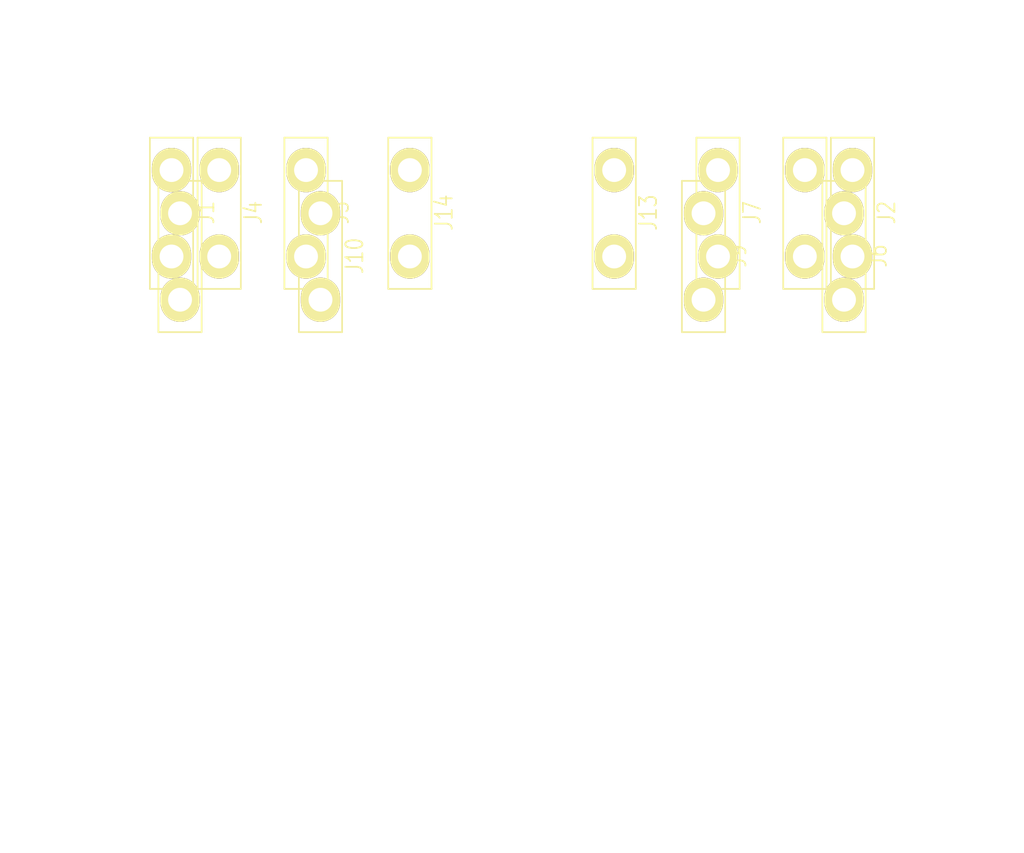
<source format=kicad_pcb>
(kicad_pcb (version 20171130) (host pcbnew 5.1.9-73d0e3b20d~88~ubuntu20.04.1)

  (general
    (thickness 1.6)
    (drawings 2)
    (tracks 0)
    (zones 0)
    (modules 12)
    (nets 13)
  )

  (page A4)
  (layers
    (0 F.Cu signal)
    (31 B.Cu signal)
    (32 B.Adhes user)
    (33 F.Adhes user)
    (34 B.Paste user)
    (35 F.Paste user)
    (36 B.SilkS user)
    (37 F.SilkS user)
    (38 B.Mask user)
    (39 F.Mask user)
    (40 Dwgs.User user)
    (41 Cmts.User user)
    (42 Eco1.User user)
    (43 Eco2.User user)
    (44 Edge.Cuts user)
    (45 Margin user)
    (46 B.CrtYd user)
    (47 F.CrtYd user)
    (48 B.Fab user)
    (49 F.Fab user)
  )

  (setup
    (last_trace_width 0.25)
    (trace_clearance 0.15)
    (zone_clearance 0.508)
    (zone_45_only no)
    (trace_min 0.15)
    (via_size 0.8)
    (via_drill 0.4)
    (via_min_size 0.4)
    (via_min_drill 0.3)
    (uvia_size 0.3)
    (uvia_drill 0.1)
    (uvias_allowed no)
    (uvia_min_size 0.2)
    (uvia_min_drill 0.1)
    (edge_width 0.05)
    (segment_width 0.2)
    (pcb_text_width 0.3)
    (pcb_text_size 1.5 1.5)
    (mod_edge_width 0.12)
    (mod_text_size 1 1)
    (mod_text_width 0.15)
    (pad_size 1.524 1.524)
    (pad_drill 0.762)
    (pad_to_mask_clearance 0)
    (aux_axis_origin 0 0)
    (visible_elements FFFFFF7F)
    (pcbplotparams
      (layerselection 0x010fc_ffffffff)
      (usegerberextensions false)
      (usegerberattributes true)
      (usegerberadvancedattributes true)
      (creategerberjobfile true)
      (excludeedgelayer true)
      (linewidth 0.300000)
      (plotframeref false)
      (viasonmask false)
      (mode 1)
      (useauxorigin false)
      (hpglpennumber 1)
      (hpglpenspeed 20)
      (hpglpendiameter 15.000000)
      (psnegative false)
      (psa4output false)
      (plotreference true)
      (plotvalue true)
      (plotinvisibletext false)
      (padsonsilk false)
      (subtractmaskfromsilk false)
      (outputformat 1)
      (mirror false)
      (drillshape 1)
      (scaleselection 1)
      (outputdirectory ""))
  )

  (net 0 "")
  (net 1 "Net-(J1-Pad1)")
  (net 2 "Net-(J2-Pad1)")
  (net 3 "Net-(J3-Pad1)")
  (net 4 "Net-(J4-Pad1)")
  (net 5 "Net-(J5-Pad1)")
  (net 6 "Net-(J6-Pad1)")
  (net 7 "Net-(J7-Pad1)")
  (net 8 "Net-(J8-Pad1)")
  (net 9 "Net-(J9-Pad1)")
  (net 10 "Net-(J10-Pad1)")
  (net 11 "Net-(J13-Pad1)")
  (net 12 "Net-(J14-Pad1)")

  (net_class Default "This is the default net class."
    (clearance 0.15)
    (trace_width 0.25)
    (via_dia 0.8)
    (via_drill 0.4)
    (uvia_dia 0.3)
    (uvia_drill 0.1)
    (add_net "Net-(J1-Pad1)")
    (add_net "Net-(J10-Pad1)")
    (add_net "Net-(J13-Pad1)")
    (add_net "Net-(J14-Pad1)")
    (add_net "Net-(J2-Pad1)")
    (add_net "Net-(J3-Pad1)")
    (add_net "Net-(J4-Pad1)")
    (add_net "Net-(J5-Pad1)")
    (add_net "Net-(J6-Pad1)")
    (add_net "Net-(J7-Pad1)")
    (add_net "Net-(J8-Pad1)")
    (add_net "Net-(J9-Pad1)")
  )

  (module htl_connectors:Faston_Tab_6.3mm_vertical (layer F.Cu) (tedit 60B149F0) (tstamp 61423B34)
    (at 94 115 90)
    (descr "1 pin")
    (tags "CONN DEV")
    (path /614264A2)
    (fp_text reference J14 (at 2.58 2 90) (layer F.SilkS)
      (effects (font (size 1 0.8) (thickness 0.1)))
    )
    (fp_text value Conn_01x01 (at 2.54 0 90) (layer Dwgs.User)
      (effects (font (size 1 0.8) (thickness 0.1)))
    )
    (fp_line (start 6.985 1.27) (end 6.985 -1.27) (layer F.CrtYd) (width 0.1))
    (fp_line (start -1.905 1.27) (end 6.985 1.27) (layer F.CrtYd) (width 0.1))
    (fp_line (start -1.905 -1.27) (end -1.905 1.27) (layer F.CrtYd) (width 0.1))
    (fp_line (start 6.985 -1.27) (end -1.905 -1.27) (layer F.CrtYd) (width 0.1))
    (fp_line (start -1.905 -0.635) (end 6.985 -0.635) (layer F.Fab) (width 0.1))
    (fp_line (start -1.905 0.635) (end -1.905 -0.635) (layer F.Fab) (width 0.1))
    (fp_line (start 6.985 0.635) (end -1.905 0.635) (layer F.Fab) (width 0.1))
    (fp_line (start 6.985 -0.635) (end 6.985 0.635) (layer F.Fab) (width 0.1))
    (fp_line (start 6.985 -1.27) (end 6.985 1.27) (layer F.SilkS) (width 0.1))
    (fp_line (start -1.905 1.27) (end 6.985 1.27) (layer F.SilkS) (width 0.1))
    (fp_line (start -1.905 -1.27) (end 6.985 -1.27) (layer F.SilkS) (width 0.1))
    (fp_line (start -1.905 -1.27) (end -1.905 1.27) (layer F.SilkS) (width 0.1))
    (pad 1 thru_hole oval (at 0 0 90) (size 2.6 2.3) (drill 1.4) (layers *.Cu *.Mask F.SilkS)
      (net 12 "Net-(J14-Pad1)"))
    (pad 1 thru_hole oval (at 5.08 0 90) (size 2.6 2.3) (drill 1.4) (layers *.Cu *.Mask F.SilkS)
      (net 12 "Net-(J14-Pad1)"))
    (model ${HTL_LIB}/packages3d/FASTON_TAB.wrl
      (offset (xyz 2.539999961853027 0.4063999938964844 6.349999904632568))
      (scale (xyz 0.3937 0.3937 0.3937))
      (rotate (xyz 270 0 0))
    )
  )

  (module htl_connectors:Faston_Tab_6.3mm_vertical (layer F.Cu) (tedit 60B149F0) (tstamp 61423B01)
    (at 106 115 90)
    (descr "1 pin")
    (tags "CONN DEV")
    (path /6142649C)
    (fp_text reference J13 (at 2.58 2 90) (layer F.SilkS)
      (effects (font (size 1 0.8) (thickness 0.1)))
    )
    (fp_text value Conn_01x01 (at 2.54 0 90) (layer Dwgs.User)
      (effects (font (size 1 0.8) (thickness 0.1)))
    )
    (fp_line (start 6.985 1.27) (end 6.985 -1.27) (layer F.CrtYd) (width 0.1))
    (fp_line (start -1.905 1.27) (end 6.985 1.27) (layer F.CrtYd) (width 0.1))
    (fp_line (start -1.905 -1.27) (end -1.905 1.27) (layer F.CrtYd) (width 0.1))
    (fp_line (start 6.985 -1.27) (end -1.905 -1.27) (layer F.CrtYd) (width 0.1))
    (fp_line (start -1.905 -0.635) (end 6.985 -0.635) (layer F.Fab) (width 0.1))
    (fp_line (start -1.905 0.635) (end -1.905 -0.635) (layer F.Fab) (width 0.1))
    (fp_line (start 6.985 0.635) (end -1.905 0.635) (layer F.Fab) (width 0.1))
    (fp_line (start 6.985 -0.635) (end 6.985 0.635) (layer F.Fab) (width 0.1))
    (fp_line (start 6.985 -1.27) (end 6.985 1.27) (layer F.SilkS) (width 0.1))
    (fp_line (start -1.905 1.27) (end 6.985 1.27) (layer F.SilkS) (width 0.1))
    (fp_line (start -1.905 -1.27) (end 6.985 -1.27) (layer F.SilkS) (width 0.1))
    (fp_line (start -1.905 -1.27) (end -1.905 1.27) (layer F.SilkS) (width 0.1))
    (pad 1 thru_hole oval (at 0 0 90) (size 2.6 2.3) (drill 1.4) (layers *.Cu *.Mask F.SilkS)
      (net 11 "Net-(J13-Pad1)"))
    (pad 1 thru_hole oval (at 5.08 0 90) (size 2.6 2.3) (drill 1.4) (layers *.Cu *.Mask F.SilkS)
      (net 11 "Net-(J13-Pad1)"))
    (model ${HTL_LIB}/packages3d/FASTON_TAB.wrl
      (offset (xyz 2.539999961853027 0.4063999938964844 6.349999904632568))
      (scale (xyz 0.3937 0.3937 0.3937))
      (rotate (xyz 270 0 0))
    )
  )

  (module htl_connectors:Faston_Tab_6.3mm_vertical (layer F.Cu) (tedit 60B149F0) (tstamp 614233BD)
    (at 88.75 117.54 90)
    (descr "1 pin")
    (tags "CONN DEV")
    (path /61425A20)
    (fp_text reference J10 (at 2.58 2 90) (layer F.SilkS)
      (effects (font (size 1 0.8) (thickness 0.1)))
    )
    (fp_text value Conn_01x01 (at 2.54 0 90) (layer Dwgs.User)
      (effects (font (size 1 0.8) (thickness 0.1)))
    )
    (fp_line (start 6.985 1.27) (end 6.985 -1.27) (layer F.CrtYd) (width 0.1))
    (fp_line (start -1.905 1.27) (end 6.985 1.27) (layer F.CrtYd) (width 0.1))
    (fp_line (start -1.905 -1.27) (end -1.905 1.27) (layer F.CrtYd) (width 0.1))
    (fp_line (start 6.985 -1.27) (end -1.905 -1.27) (layer F.CrtYd) (width 0.1))
    (fp_line (start -1.905 -0.635) (end 6.985 -0.635) (layer F.Fab) (width 0.1))
    (fp_line (start -1.905 0.635) (end -1.905 -0.635) (layer F.Fab) (width 0.1))
    (fp_line (start 6.985 0.635) (end -1.905 0.635) (layer F.Fab) (width 0.1))
    (fp_line (start 6.985 -0.635) (end 6.985 0.635) (layer F.Fab) (width 0.1))
    (fp_line (start 6.985 -1.27) (end 6.985 1.27) (layer F.SilkS) (width 0.1))
    (fp_line (start -1.905 1.27) (end 6.985 1.27) (layer F.SilkS) (width 0.1))
    (fp_line (start -1.905 -1.27) (end 6.985 -1.27) (layer F.SilkS) (width 0.1))
    (fp_line (start -1.905 -1.27) (end -1.905 1.27) (layer F.SilkS) (width 0.1))
    (pad 1 thru_hole oval (at 0 0 90) (size 2.6 2.3) (drill 1.4) (layers *.Cu *.Mask F.SilkS)
      (net 10 "Net-(J10-Pad1)"))
    (pad 1 thru_hole oval (at 5.08 0 90) (size 2.6 2.3) (drill 1.4) (layers *.Cu *.Mask F.SilkS)
      (net 10 "Net-(J10-Pad1)"))
    (model ${HTL_LIB}/packages3d/FASTON_TAB.wrl
      (offset (xyz 2.539999961853027 0.4063999938964844 6.349999904632568))
      (scale (xyz 0.3937 0.3937 0.3937))
      (rotate (xyz 270 0 0))
    )
  )

  (module htl_connectors:Faston_Tab_6.3mm_vertical (layer F.Cu) (tedit 60B149F0) (tstamp 614233AB)
    (at 111.25 117.54 90)
    (descr "1 pin")
    (tags "CONN DEV")
    (path /61425A1A)
    (fp_text reference J9 (at 2.58 2 90) (layer F.SilkS)
      (effects (font (size 1 0.8) (thickness 0.1)))
    )
    (fp_text value Conn_01x01 (at 2.54 0 90) (layer Dwgs.User)
      (effects (font (size 1 0.8) (thickness 0.1)))
    )
    (fp_line (start 6.985 1.27) (end 6.985 -1.27) (layer F.CrtYd) (width 0.1))
    (fp_line (start -1.905 1.27) (end 6.985 1.27) (layer F.CrtYd) (width 0.1))
    (fp_line (start -1.905 -1.27) (end -1.905 1.27) (layer F.CrtYd) (width 0.1))
    (fp_line (start 6.985 -1.27) (end -1.905 -1.27) (layer F.CrtYd) (width 0.1))
    (fp_line (start -1.905 -0.635) (end 6.985 -0.635) (layer F.Fab) (width 0.1))
    (fp_line (start -1.905 0.635) (end -1.905 -0.635) (layer F.Fab) (width 0.1))
    (fp_line (start 6.985 0.635) (end -1.905 0.635) (layer F.Fab) (width 0.1))
    (fp_line (start 6.985 -0.635) (end 6.985 0.635) (layer F.Fab) (width 0.1))
    (fp_line (start 6.985 -1.27) (end 6.985 1.27) (layer F.SilkS) (width 0.1))
    (fp_line (start -1.905 1.27) (end 6.985 1.27) (layer F.SilkS) (width 0.1))
    (fp_line (start -1.905 -1.27) (end 6.985 -1.27) (layer F.SilkS) (width 0.1))
    (fp_line (start -1.905 -1.27) (end -1.905 1.27) (layer F.SilkS) (width 0.1))
    (pad 1 thru_hole oval (at 0 0 90) (size 2.6 2.3) (drill 1.4) (layers *.Cu *.Mask F.SilkS)
      (net 9 "Net-(J9-Pad1)"))
    (pad 1 thru_hole oval (at 5.08 0 90) (size 2.6 2.3) (drill 1.4) (layers *.Cu *.Mask F.SilkS)
      (net 9 "Net-(J9-Pad1)"))
    (model ${HTL_LIB}/packages3d/FASTON_TAB.wrl
      (offset (xyz 2.539999961853027 0.4063999938964844 6.349999904632568))
      (scale (xyz 0.3937 0.3937 0.3937))
      (rotate (xyz 270 0 0))
    )
  )

  (module htl_connectors:Faston_Tab_6.3mm_vertical (layer F.Cu) (tedit 60B149F0) (tstamp 61423399)
    (at 80.5 117.54 90)
    (descr "1 pin")
    (tags "CONN DEV")
    (path /614250D0)
    (fp_text reference J8 (at 2.58 2 90) (layer F.SilkS)
      (effects (font (size 1 0.8) (thickness 0.1)))
    )
    (fp_text value Conn_01x01 (at 2.54 0 90) (layer Dwgs.User)
      (effects (font (size 1 0.8) (thickness 0.1)))
    )
    (fp_line (start 6.985 1.27) (end 6.985 -1.27) (layer F.CrtYd) (width 0.1))
    (fp_line (start -1.905 1.27) (end 6.985 1.27) (layer F.CrtYd) (width 0.1))
    (fp_line (start -1.905 -1.27) (end -1.905 1.27) (layer F.CrtYd) (width 0.1))
    (fp_line (start 6.985 -1.27) (end -1.905 -1.27) (layer F.CrtYd) (width 0.1))
    (fp_line (start -1.905 -0.635) (end 6.985 -0.635) (layer F.Fab) (width 0.1))
    (fp_line (start -1.905 0.635) (end -1.905 -0.635) (layer F.Fab) (width 0.1))
    (fp_line (start 6.985 0.635) (end -1.905 0.635) (layer F.Fab) (width 0.1))
    (fp_line (start 6.985 -0.635) (end 6.985 0.635) (layer F.Fab) (width 0.1))
    (fp_line (start 6.985 -1.27) (end 6.985 1.27) (layer F.SilkS) (width 0.1))
    (fp_line (start -1.905 1.27) (end 6.985 1.27) (layer F.SilkS) (width 0.1))
    (fp_line (start -1.905 -1.27) (end 6.985 -1.27) (layer F.SilkS) (width 0.1))
    (fp_line (start -1.905 -1.27) (end -1.905 1.27) (layer F.SilkS) (width 0.1))
    (pad 1 thru_hole oval (at 0 0 90) (size 2.6 2.3) (drill 1.4) (layers *.Cu *.Mask F.SilkS)
      (net 8 "Net-(J8-Pad1)"))
    (pad 1 thru_hole oval (at 5.08 0 90) (size 2.6 2.3) (drill 1.4) (layers *.Cu *.Mask F.SilkS)
      (net 8 "Net-(J8-Pad1)"))
    (model ${HTL_LIB}/packages3d/FASTON_TAB.wrl
      (offset (xyz 2.539999961853027 0.4063999938964844 6.349999904632568))
      (scale (xyz 0.3937 0.3937 0.3937))
      (rotate (xyz 270 0 0))
    )
  )

  (module htl_connectors:Faston_Tab_6.3mm_vertical (layer F.Cu) (tedit 60B149F0) (tstamp 61423387)
    (at 112.1 115 90)
    (descr "1 pin")
    (tags "CONN DEV")
    (path /614250CA)
    (fp_text reference J7 (at 2.58 2 90) (layer F.SilkS)
      (effects (font (size 1 0.8) (thickness 0.1)))
    )
    (fp_text value Conn_01x01 (at 2.54 0 90) (layer Dwgs.User)
      (effects (font (size 1 0.8) (thickness 0.1)))
    )
    (fp_line (start 6.985 1.27) (end 6.985 -1.27) (layer F.CrtYd) (width 0.1))
    (fp_line (start -1.905 1.27) (end 6.985 1.27) (layer F.CrtYd) (width 0.1))
    (fp_line (start -1.905 -1.27) (end -1.905 1.27) (layer F.CrtYd) (width 0.1))
    (fp_line (start 6.985 -1.27) (end -1.905 -1.27) (layer F.CrtYd) (width 0.1))
    (fp_line (start -1.905 -0.635) (end 6.985 -0.635) (layer F.Fab) (width 0.1))
    (fp_line (start -1.905 0.635) (end -1.905 -0.635) (layer F.Fab) (width 0.1))
    (fp_line (start 6.985 0.635) (end -1.905 0.635) (layer F.Fab) (width 0.1))
    (fp_line (start 6.985 -0.635) (end 6.985 0.635) (layer F.Fab) (width 0.1))
    (fp_line (start 6.985 -1.27) (end 6.985 1.27) (layer F.SilkS) (width 0.1))
    (fp_line (start -1.905 1.27) (end 6.985 1.27) (layer F.SilkS) (width 0.1))
    (fp_line (start -1.905 -1.27) (end 6.985 -1.27) (layer F.SilkS) (width 0.1))
    (fp_line (start -1.905 -1.27) (end -1.905 1.27) (layer F.SilkS) (width 0.1))
    (pad 1 thru_hole oval (at 0 0 90) (size 2.6 2.3) (drill 1.4) (layers *.Cu *.Mask F.SilkS)
      (net 7 "Net-(J7-Pad1)"))
    (pad 1 thru_hole oval (at 5.08 0 90) (size 2.6 2.3) (drill 1.4) (layers *.Cu *.Mask F.SilkS)
      (net 7 "Net-(J7-Pad1)"))
    (model ${HTL_LIB}/packages3d/FASTON_TAB.wrl
      (offset (xyz 2.539999961853027 0.4063999938964844 6.349999904632568))
      (scale (xyz 0.3937 0.3937 0.3937))
      (rotate (xyz 270 0 0))
    )
  )

  (module htl_connectors:Faston_Tab_6.3mm_vertical (layer F.Cu) (tedit 60B149F0) (tstamp 614236B7)
    (at 119.5 117.54 90)
    (descr "1 pin")
    (tags "CONN DEV")
    (path /614250C4)
    (fp_text reference J6 (at 2.58 2 90) (layer F.SilkS)
      (effects (font (size 1 0.8) (thickness 0.1)))
    )
    (fp_text value Conn_01x01 (at 2.54 0 90) (layer Dwgs.User)
      (effects (font (size 1 0.8) (thickness 0.1)))
    )
    (fp_line (start 6.985 1.27) (end 6.985 -1.27) (layer F.CrtYd) (width 0.1))
    (fp_line (start -1.905 1.27) (end 6.985 1.27) (layer F.CrtYd) (width 0.1))
    (fp_line (start -1.905 -1.27) (end -1.905 1.27) (layer F.CrtYd) (width 0.1))
    (fp_line (start 6.985 -1.27) (end -1.905 -1.27) (layer F.CrtYd) (width 0.1))
    (fp_line (start -1.905 -0.635) (end 6.985 -0.635) (layer F.Fab) (width 0.1))
    (fp_line (start -1.905 0.635) (end -1.905 -0.635) (layer F.Fab) (width 0.1))
    (fp_line (start 6.985 0.635) (end -1.905 0.635) (layer F.Fab) (width 0.1))
    (fp_line (start 6.985 -0.635) (end 6.985 0.635) (layer F.Fab) (width 0.1))
    (fp_line (start 6.985 -1.27) (end 6.985 1.27) (layer F.SilkS) (width 0.1))
    (fp_line (start -1.905 1.27) (end 6.985 1.27) (layer F.SilkS) (width 0.1))
    (fp_line (start -1.905 -1.27) (end 6.985 -1.27) (layer F.SilkS) (width 0.1))
    (fp_line (start -1.905 -1.27) (end -1.905 1.27) (layer F.SilkS) (width 0.1))
    (pad 1 thru_hole oval (at 0 0 90) (size 2.6 2.3) (drill 1.4) (layers *.Cu *.Mask F.SilkS)
      (net 6 "Net-(J6-Pad1)"))
    (pad 1 thru_hole oval (at 5.08 0 90) (size 2.6 2.3) (drill 1.4) (layers *.Cu *.Mask F.SilkS)
      (net 6 "Net-(J6-Pad1)"))
    (model ${HTL_LIB}/packages3d/FASTON_TAB.wrl
      (offset (xyz 2.539999961853027 0.4063999938964844 6.349999904632568))
      (scale (xyz 0.3937 0.3937 0.3937))
      (rotate (xyz 270 0 0))
    )
  )

  (module htl_connectors:Faston_Tab_6.3mm_vertical (layer F.Cu) (tedit 60B149F0) (tstamp 61423363)
    (at 87.9 115 90)
    (descr "1 pin")
    (tags "CONN DEV")
    (path /614250BE)
    (fp_text reference J5 (at 2.58 2 90) (layer F.SilkS)
      (effects (font (size 1 0.8) (thickness 0.1)))
    )
    (fp_text value Conn_01x01 (at 2.54 0 90) (layer Dwgs.User)
      (effects (font (size 1 0.8) (thickness 0.1)))
    )
    (fp_line (start 6.985 1.27) (end 6.985 -1.27) (layer F.CrtYd) (width 0.1))
    (fp_line (start -1.905 1.27) (end 6.985 1.27) (layer F.CrtYd) (width 0.1))
    (fp_line (start -1.905 -1.27) (end -1.905 1.27) (layer F.CrtYd) (width 0.1))
    (fp_line (start 6.985 -1.27) (end -1.905 -1.27) (layer F.CrtYd) (width 0.1))
    (fp_line (start -1.905 -0.635) (end 6.985 -0.635) (layer F.Fab) (width 0.1))
    (fp_line (start -1.905 0.635) (end -1.905 -0.635) (layer F.Fab) (width 0.1))
    (fp_line (start 6.985 0.635) (end -1.905 0.635) (layer F.Fab) (width 0.1))
    (fp_line (start 6.985 -0.635) (end 6.985 0.635) (layer F.Fab) (width 0.1))
    (fp_line (start 6.985 -1.27) (end 6.985 1.27) (layer F.SilkS) (width 0.1))
    (fp_line (start -1.905 1.27) (end 6.985 1.27) (layer F.SilkS) (width 0.1))
    (fp_line (start -1.905 -1.27) (end 6.985 -1.27) (layer F.SilkS) (width 0.1))
    (fp_line (start -1.905 -1.27) (end -1.905 1.27) (layer F.SilkS) (width 0.1))
    (pad 1 thru_hole oval (at 0 0 90) (size 2.6 2.3) (drill 1.4) (layers *.Cu *.Mask F.SilkS)
      (net 5 "Net-(J5-Pad1)"))
    (pad 1 thru_hole oval (at 5.08 0 90) (size 2.6 2.3) (drill 1.4) (layers *.Cu *.Mask F.SilkS)
      (net 5 "Net-(J5-Pad1)"))
    (model ${HTL_LIB}/packages3d/FASTON_TAB.wrl
      (offset (xyz 2.539999961853027 0.4063999938964844 6.349999904632568))
      (scale (xyz 0.3937 0.3937 0.3937))
      (rotate (xyz 270 0 0))
    )
  )

  (module htl_connectors:Faston_Tab_6.3mm_vertical (layer F.Cu) (tedit 60B149F0) (tstamp 61423351)
    (at 82.8 115 90)
    (descr "1 pin")
    (tags "CONN DEV")
    (path /61423DBB)
    (fp_text reference J4 (at 2.58 2 90) (layer F.SilkS)
      (effects (font (size 1 0.8) (thickness 0.1)))
    )
    (fp_text value Conn_01x01 (at 2.54 0 90) (layer Dwgs.User)
      (effects (font (size 1 0.8) (thickness 0.1)))
    )
    (fp_line (start 6.985 1.27) (end 6.985 -1.27) (layer F.CrtYd) (width 0.1))
    (fp_line (start -1.905 1.27) (end 6.985 1.27) (layer F.CrtYd) (width 0.1))
    (fp_line (start -1.905 -1.27) (end -1.905 1.27) (layer F.CrtYd) (width 0.1))
    (fp_line (start 6.985 -1.27) (end -1.905 -1.27) (layer F.CrtYd) (width 0.1))
    (fp_line (start -1.905 -0.635) (end 6.985 -0.635) (layer F.Fab) (width 0.1))
    (fp_line (start -1.905 0.635) (end -1.905 -0.635) (layer F.Fab) (width 0.1))
    (fp_line (start 6.985 0.635) (end -1.905 0.635) (layer F.Fab) (width 0.1))
    (fp_line (start 6.985 -0.635) (end 6.985 0.635) (layer F.Fab) (width 0.1))
    (fp_line (start 6.985 -1.27) (end 6.985 1.27) (layer F.SilkS) (width 0.1))
    (fp_line (start -1.905 1.27) (end 6.985 1.27) (layer F.SilkS) (width 0.1))
    (fp_line (start -1.905 -1.27) (end 6.985 -1.27) (layer F.SilkS) (width 0.1))
    (fp_line (start -1.905 -1.27) (end -1.905 1.27) (layer F.SilkS) (width 0.1))
    (pad 1 thru_hole oval (at 0 0 90) (size 2.6 2.3) (drill 1.4) (layers *.Cu *.Mask F.SilkS)
      (net 4 "Net-(J4-Pad1)"))
    (pad 1 thru_hole oval (at 5.08 0 90) (size 2.6 2.3) (drill 1.4) (layers *.Cu *.Mask F.SilkS)
      (net 4 "Net-(J4-Pad1)"))
    (model ${HTL_LIB}/packages3d/FASTON_TAB.wrl
      (offset (xyz 2.539999961853027 0.4063999938964844 6.349999904632568))
      (scale (xyz 0.3937 0.3937 0.3937))
      (rotate (xyz 270 0 0))
    )
  )

  (module htl_connectors:Faston_Tab_6.3mm_vertical (layer F.Cu) (tedit 60B149F0) (tstamp 61423731)
    (at 117.2 115 90)
    (descr "1 pin")
    (tags "CONN DEV")
    (path /61423B34)
    (fp_text reference J3 (at 2.58 2 90) (layer F.SilkS)
      (effects (font (size 1 0.8) (thickness 0.1)))
    )
    (fp_text value Conn_01x01 (at 2.54 0 90) (layer Dwgs.User)
      (effects (font (size 1 0.8) (thickness 0.1)))
    )
    (fp_line (start 6.985 1.27) (end 6.985 -1.27) (layer F.CrtYd) (width 0.1))
    (fp_line (start -1.905 1.27) (end 6.985 1.27) (layer F.CrtYd) (width 0.1))
    (fp_line (start -1.905 -1.27) (end -1.905 1.27) (layer F.CrtYd) (width 0.1))
    (fp_line (start 6.985 -1.27) (end -1.905 -1.27) (layer F.CrtYd) (width 0.1))
    (fp_line (start -1.905 -0.635) (end 6.985 -0.635) (layer F.Fab) (width 0.1))
    (fp_line (start -1.905 0.635) (end -1.905 -0.635) (layer F.Fab) (width 0.1))
    (fp_line (start 6.985 0.635) (end -1.905 0.635) (layer F.Fab) (width 0.1))
    (fp_line (start 6.985 -0.635) (end 6.985 0.635) (layer F.Fab) (width 0.1))
    (fp_line (start 6.985 -1.27) (end 6.985 1.27) (layer F.SilkS) (width 0.1))
    (fp_line (start -1.905 1.27) (end 6.985 1.27) (layer F.SilkS) (width 0.1))
    (fp_line (start -1.905 -1.27) (end 6.985 -1.27) (layer F.SilkS) (width 0.1))
    (fp_line (start -1.905 -1.27) (end -1.905 1.27) (layer F.SilkS) (width 0.1))
    (pad 1 thru_hole oval (at 0 0 90) (size 2.6 2.3) (drill 1.4) (layers *.Cu *.Mask F.SilkS)
      (net 3 "Net-(J3-Pad1)"))
    (pad 1 thru_hole oval (at 5.08 0 90) (size 2.6 2.3) (drill 1.4) (layers *.Cu *.Mask F.SilkS)
      (net 3 "Net-(J3-Pad1)"))
    (model ${HTL_LIB}/packages3d/FASTON_TAB.wrl
      (offset (xyz 2.539999961853027 0.4063999938964844 6.349999904632568))
      (scale (xyz 0.3937 0.3937 0.3937))
      (rotate (xyz 270 0 0))
    )
  )

  (module htl_connectors:Faston_Tab_6.3mm_vertical (layer F.Cu) (tedit 60B149F0) (tstamp 6142332D)
    (at 120 115 90)
    (descr "1 pin")
    (tags "CONN DEV")
    (path /614238C8)
    (fp_text reference J2 (at 2.58 2 90) (layer F.SilkS)
      (effects (font (size 1 0.8) (thickness 0.1)))
    )
    (fp_text value Conn_01x01 (at 2.54 0 90) (layer Dwgs.User)
      (effects (font (size 1 0.8) (thickness 0.1)))
    )
    (fp_line (start 6.985 1.27) (end 6.985 -1.27) (layer F.CrtYd) (width 0.1))
    (fp_line (start -1.905 1.27) (end 6.985 1.27) (layer F.CrtYd) (width 0.1))
    (fp_line (start -1.905 -1.27) (end -1.905 1.27) (layer F.CrtYd) (width 0.1))
    (fp_line (start 6.985 -1.27) (end -1.905 -1.27) (layer F.CrtYd) (width 0.1))
    (fp_line (start -1.905 -0.635) (end 6.985 -0.635) (layer F.Fab) (width 0.1))
    (fp_line (start -1.905 0.635) (end -1.905 -0.635) (layer F.Fab) (width 0.1))
    (fp_line (start 6.985 0.635) (end -1.905 0.635) (layer F.Fab) (width 0.1))
    (fp_line (start 6.985 -0.635) (end 6.985 0.635) (layer F.Fab) (width 0.1))
    (fp_line (start 6.985 -1.27) (end 6.985 1.27) (layer F.SilkS) (width 0.1))
    (fp_line (start -1.905 1.27) (end 6.985 1.27) (layer F.SilkS) (width 0.1))
    (fp_line (start -1.905 -1.27) (end 6.985 -1.27) (layer F.SilkS) (width 0.1))
    (fp_line (start -1.905 -1.27) (end -1.905 1.27) (layer F.SilkS) (width 0.1))
    (pad 1 thru_hole oval (at 0 0 90) (size 2.6 2.3) (drill 1.4) (layers *.Cu *.Mask F.SilkS)
      (net 2 "Net-(J2-Pad1)"))
    (pad 1 thru_hole oval (at 5.08 0 90) (size 2.6 2.3) (drill 1.4) (layers *.Cu *.Mask F.SilkS)
      (net 2 "Net-(J2-Pad1)"))
    (model ${HTL_LIB}/packages3d/FASTON_TAB.wrl
      (offset (xyz 2.539999961853027 0.4063999938964844 6.349999904632568))
      (scale (xyz 0.3937 0.3937 0.3937))
      (rotate (xyz 270 0 0))
    )
  )

  (module htl_connectors:Faston_Tab_6.3mm_vertical (layer F.Cu) (tedit 60B149F0) (tstamp 6142331B)
    (at 80 115 90)
    (descr "1 pin")
    (tags "CONN DEV")
    (path /614236BD)
    (fp_text reference J1 (at 2.58 2 90) (layer F.SilkS)
      (effects (font (size 1 0.8) (thickness 0.1)))
    )
    (fp_text value Conn_01x01 (at 2.54 0 90) (layer Dwgs.User)
      (effects (font (size 1 0.8) (thickness 0.1)))
    )
    (fp_line (start 6.985 1.27) (end 6.985 -1.27) (layer F.CrtYd) (width 0.1))
    (fp_line (start -1.905 1.27) (end 6.985 1.27) (layer F.CrtYd) (width 0.1))
    (fp_line (start -1.905 -1.27) (end -1.905 1.27) (layer F.CrtYd) (width 0.1))
    (fp_line (start 6.985 -1.27) (end -1.905 -1.27) (layer F.CrtYd) (width 0.1))
    (fp_line (start -1.905 -0.635) (end 6.985 -0.635) (layer F.Fab) (width 0.1))
    (fp_line (start -1.905 0.635) (end -1.905 -0.635) (layer F.Fab) (width 0.1))
    (fp_line (start 6.985 0.635) (end -1.905 0.635) (layer F.Fab) (width 0.1))
    (fp_line (start 6.985 -0.635) (end 6.985 0.635) (layer F.Fab) (width 0.1))
    (fp_line (start 6.985 -1.27) (end 6.985 1.27) (layer F.SilkS) (width 0.1))
    (fp_line (start -1.905 1.27) (end 6.985 1.27) (layer F.SilkS) (width 0.1))
    (fp_line (start -1.905 -1.27) (end 6.985 -1.27) (layer F.SilkS) (width 0.1))
    (fp_line (start -1.905 -1.27) (end -1.905 1.27) (layer F.SilkS) (width 0.1))
    (pad 1 thru_hole oval (at 0 0 90) (size 2.6 2.3) (drill 1.4) (layers *.Cu *.Mask F.SilkS)
      (net 1 "Net-(J1-Pad1)"))
    (pad 1 thru_hole oval (at 5.08 0 90) (size 2.6 2.3) (drill 1.4) (layers *.Cu *.Mask F.SilkS)
      (net 1 "Net-(J1-Pad1)"))
    (model ${HTL_LIB}/packages3d/FASTON_TAB.wrl
      (offset (xyz 2.539999961853027 0.4063999938964844 6.349999904632568))
      (scale (xyz 0.3937 0.3937 0.3937))
      (rotate (xyz 270 0 0))
    )
  )

  (gr_line (start 70 115) (end 130 115) (layer Dwgs.User) (width 0.15))
  (gr_line (start 100 100) (end 100 150) (layer Dwgs.User) (width 0.15))

)

</source>
